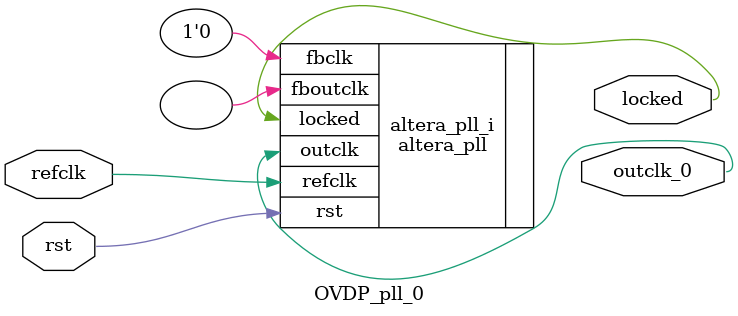
<source format=v>
`timescale 1ns/10ps
module  OVDP_pll_0(

	// interface 'refclk'
	input wire refclk,

	// interface 'reset'
	input wire rst,

	// interface 'outclk0'
	output wire outclk_0,

	// interface 'locked'
	output wire locked
);

	altera_pll #(
		.fractional_vco_multiplier("false"),
		.reference_clock_frequency("100.0 MHz"),
		.operation_mode("direct"),
		.number_of_clocks(1),
		.output_clock_frequency0("5.000000 MHz"),
		.phase_shift0("0 ps"),
		.duty_cycle0(50),
		.output_clock_frequency1("0 MHz"),
		.phase_shift1("0 ps"),
		.duty_cycle1(50),
		.output_clock_frequency2("0 MHz"),
		.phase_shift2("0 ps"),
		.duty_cycle2(50),
		.output_clock_frequency3("0 MHz"),
		.phase_shift3("0 ps"),
		.duty_cycle3(50),
		.output_clock_frequency4("0 MHz"),
		.phase_shift4("0 ps"),
		.duty_cycle4(50),
		.output_clock_frequency5("0 MHz"),
		.phase_shift5("0 ps"),
		.duty_cycle5(50),
		.output_clock_frequency6("0 MHz"),
		.phase_shift6("0 ps"),
		.duty_cycle6(50),
		.output_clock_frequency7("0 MHz"),
		.phase_shift7("0 ps"),
		.duty_cycle7(50),
		.output_clock_frequency8("0 MHz"),
		.phase_shift8("0 ps"),
		.duty_cycle8(50),
		.output_clock_frequency9("0 MHz"),
		.phase_shift9("0 ps"),
		.duty_cycle9(50),
		.output_clock_frequency10("0 MHz"),
		.phase_shift10("0 ps"),
		.duty_cycle10(50),
		.output_clock_frequency11("0 MHz"),
		.phase_shift11("0 ps"),
		.duty_cycle11(50),
		.output_clock_frequency12("0 MHz"),
		.phase_shift12("0 ps"),
		.duty_cycle12(50),
		.output_clock_frequency13("0 MHz"),
		.phase_shift13("0 ps"),
		.duty_cycle13(50),
		.output_clock_frequency14("0 MHz"),
		.phase_shift14("0 ps"),
		.duty_cycle14(50),
		.output_clock_frequency15("0 MHz"),
		.phase_shift15("0 ps"),
		.duty_cycle15(50),
		.output_clock_frequency16("0 MHz"),
		.phase_shift16("0 ps"),
		.duty_cycle16(50),
		.output_clock_frequency17("0 MHz"),
		.phase_shift17("0 ps"),
		.duty_cycle17(50),
		.pll_type("General"),
		.pll_subtype("General")
	) altera_pll_i (
		.rst	(rst),
		.outclk	({outclk_0}),
		.locked	(locked),
		.fboutclk	( ),
		.fbclk	(1'b0),
		.refclk	(refclk)
	);
endmodule


</source>
